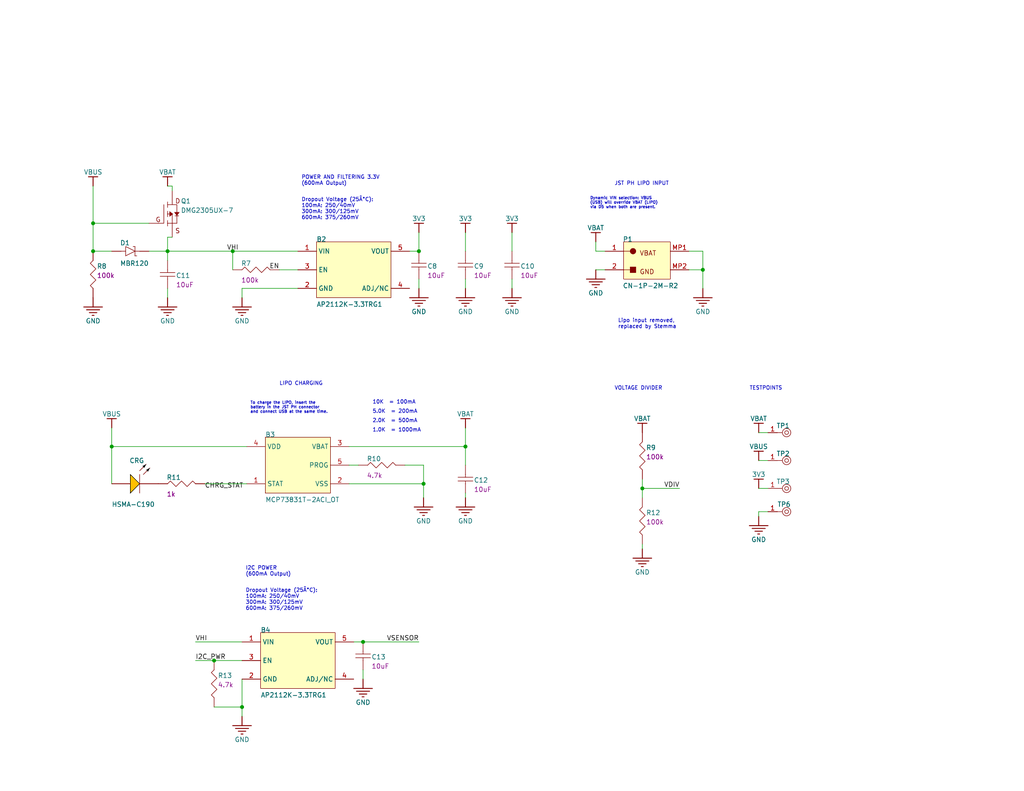
<source format=kicad_sch>
(kicad_sch (version 20250114) (generator "eeschema") (generator_version "9.0")
  (paper "A")
  (lib_symbols
    (symbol "McIntyre Industries:root_0_CMP-001-0001-4_McIntyre Industries" (pin_names (hide yes))
      (symbol "root_0_CMP-001-0001-4_McIntyre Industries_1_0"
        (polyline (pts (xy 3.81 0) (xy 2.54 0)))
        (circle (center 5.08 0) (radius 0.508))
        (circle (center 5.08 0) (radius 1.143))
        (pin passive line (at 0 0 0) (length 2.54) (name "TP") (number "1"))
      )
    )
    (symbol "Prototypical Design:root_0_AP2112K-3.3TRG1_Prototypical Design"
      (symbol "root_0_AP2112K-3.3TRG1_Prototypical Design_1_0"
        (rectangle (start 25.4 7.62) (end 5.08 -7.62) (stroke (width 0) (color 128 0 0 1)) (fill (type background)))
        (pin passive line (at 0 5.08 0) (length 5.08) (name "VIN") (number "1"))
        (pin input line (at 0 0 0) (length 5.08) (name "EN") (number "3"))
        (pin passive line (at 0 -5.08 0) (length 5.08) (name "GND") (number "2"))
        (pin passive line (at 30.48 5.08 180) (length 5.08) (name "VOUT") (number "5"))
        (pin bidirectional line (at 30.48 -5.08 180) (length 5.08) (name "ADJ/NC") (number "4"))
      )
    )
    (symbol "Prototypical Design:root_0_CN-1P-2M-R2_Prototypical Design" (pin_names (hide yes))
      (symbol "root_0_CN-1P-2M-R2_Prototypical Design_1_0"
        (polyline (pts (xy 0 -2.54) (xy 1.778 -2.54)))
        (polyline (pts (xy 0 -7.62) (xy 1.778 -7.62)))
        (circle (center 2.54 -2.54) (radius 0.762) (fill (type outline)))
        (rectangle (start 3.302 -6.858) (end 1.778 -8.382) (fill (type outline)))
        (rectangle (start 12.7 0) (end 0 -10.16) (stroke (width 0) (color 128 0 0 1)) (fill (type background)))
        (text "VBAT" (at 4.318 -3.81 0) (effects (font (size 1.27 1.27)) (justify left bottom)))
        (text "GND" (at 4.318 -8.89 0) (effects (font (size 1.27 1.27)) (justify left bottom)))
        (pin passive line (at -5.08 -2.54 0) (length 5.08) (name "1") (number "1"))
        (pin passive line (at -5.08 -7.62 0) (length 5.08) (name "2") (number "2"))
        (pin passive line (at 17.78 -2.54 180) (length 5.08) (name "MP1") (number "MP1"))
        (pin passive line (at 17.78 -7.62 180) (length 5.08) (name "MP2") (number "MP2"))
      )
    )
    (symbol "Prototypical Design:root_0_LED-AMBER-AK-2_Prototypical Design" (pin_numbers (hide yes)) (pin_names (hide yes))
      (symbol "root_0_LED-AMBER-AK-2_Prototypical Design_1_0"
        (polyline (pts (xy 0 -5.08) (xy 2.54 -2.54) (xy 0 0) (xy 0 -5.08)) (stroke (width 0) (color 0 0 0 1)) (fill (type color) (color 255 191 0 1)))
        (polyline (pts (xy 2.54 1.016) (xy 4.318 2.794)))
        (polyline (pts (xy 2.54 0) (xy 2.54 -5.08)))
        (polyline (pts (xy 3.556 0) (xy 5.334 1.778)))
        (polyline (pts (xy 4.318 2.794) (xy 3.302 2.286) (xy 3.81 1.778) (xy 4.318 2.794)) (stroke (width -0.0001) (color 0 0 0 1)) (fill (type outline)))
        (polyline (pts (xy 5.334 1.778) (xy 4.318 1.27) (xy 4.826 0.762) (xy 5.334 1.778)) (stroke (width -0.0001) (color 0 0 0 1)) (fill (type outline)))
        (pin passive line (at -5.08 -2.54 0) (length 5.08) (name "A") (number "1"))
        (pin passive line (at 7.62 -2.54 180) (length 5.08) (name "K") (number "2"))
      )
    )
    (symbol "Prototypical Design:root_0_MBR120_Prototypical Design" (pin_numbers (hide yes)) (pin_names (hide yes))
      (symbol "root_0_MBR120_Prototypical Design_1_0"
        (polyline (pts (xy 3.81 0) (xy 5.08 0)))
        (polyline (pts (xy 5.08 -1.27) (xy 7.62 0) (xy 5.08 1.27) (xy 5.08 -1.27)))
        (polyline (pts (xy 7.62 1.27) (xy 7.112 1.27)))
        (polyline (pts (xy 7.62 1.27) (xy 7.62 -1.27)))
        (polyline (pts (xy 7.62 0) (xy 8.89 0)))
        (polyline (pts (xy 7.62 -1.27) (xy 8.128 -1.27)))
        (pin passive line (at 1.27 0 0) (length 2.54) (name "A") (number "2"))
        (pin passive line (at 11.43 0 180) (length 2.54) (name "K") (number "1"))
      )
    )
    (symbol "Prototypical Design:root_0_MCP73831T-2ACI_OT_Prototypical Design"
      (symbol "root_0_MCP73831T-2ACI_OT_Prototypical Design_1_0"
        (rectangle (start 22.86 7.62) (end 5.08 -7.62) (stroke (width 0) (color 128 0 0 1)) (fill (type background)))
        (pin passive line (at 0 5.08 0) (length 5.08) (name "VDD") (number "4"))
        (pin output line (at 0 -5.08 0) (length 5.08) (name "STAT") (number "1"))
        (pin passive line (at 27.94 5.08 180) (length 5.08) (name "VBAT") (number "3"))
        (pin input line (at 27.94 0 180) (length 5.08) (name "PROG") (number "5"))
        (pin passive line (at 27.94 -5.08 180) (length 5.08) (name "VSS") (number "2"))
      )
    )
    (symbol "Prototypical Design:root_0_MOSFET-NPN-3_Prototypical Design" (pin_numbers (hide yes)) (pin_names (hide yes))
      (symbol "root_0_MOSFET-NPN-3_Prototypical Design_1_0"
        (polyline (pts (xy 9.144 0) (xy 9.144 -5.08) (xy 7.62 -5.08)))
        (polyline (pts (xy 10.16 0) (xy 10.16 0.762)))
        (polyline (pts (xy 10.16 -2.54) (xy 10.16 -1.778)))
        (polyline (pts (xy 10.16 -2.54) (xy 10.16 -3.302)))
        (polyline (pts (xy 10.16 -2.54) (xy 11.43 -2.54) (xy 11.43 -5.08)))
        (polyline (pts (xy 10.16 -5.08) (xy 10.16 -4.318)))
        (polyline (pts (xy 10.16 -5.08) (xy 10.16 -5.842)))
        (polyline (pts (xy 11.43 0) (xy 11.43 1.27)))
        (polyline (pts (xy 11.43 -5.08) (xy 11.43 -6.35)))
        (polyline (pts (xy 11.684 -2.54) (xy 10.668 -1.778) (xy 10.668 -3.302) (xy 11.684 -2.54)) (stroke (width -0.0001)) (fill (type outline)))
        (polyline (pts (xy 12.192 -3.048) (xy 13.208 -3.048)))
        (polyline (pts (xy 12.7 0) (xy 12.7 -5.08)))
        (polyline (pts (xy 12.7 0) (xy 10.16 0) (xy 10.16 -0.762)))
        (polyline (pts (xy 12.7 -3.048) (xy 13.462 -2.032) (xy 11.938 -2.032) (xy 12.7 -3.048)) (stroke (width -0.0001)) (fill (type outline)))
        (polyline (pts (xy 12.7 -5.08) (xy 10.16 -5.08)))
        (text "G" (at 6.858 -4.826 0) (effects (font (size 1.27 1.27)) (justify left bottom)))
        (text "D" (at 12.192 0.254 0) (effects (font (size 1.27 1.27)) (justify left bottom)))
        (text "S" (at 12.192 -7.874 0) (effects (font (size 1.27 1.27)) (justify left bottom)))
        (pin passive line (at 5.08 -5.08 0) (length 2.54) (name "G") (number "1"))
        (pin passive line (at 11.43 3.81 270) (length 2.54) (name "D") (number "3"))
        (pin passive line (at 11.43 -8.89 90) (length 2.54) (name "S") (number "2"))
      )
    )
    (symbol "Prototypical Design:root_0_RES-2_Prototypical Design_0" (pin_numbers (hide yes)) (pin_names (hide yes))
      (symbol "root_0_RES-2_Prototypical Design_0_1_0"
        (polyline (pts (xy 10.16 0) (xy 9.398 0.762) (xy 8.636 0) (xy 7.874 -0.762) (xy 6.35 0.762) (xy 4.826 -0.762) (xy 3.302 0.762) (xy 2.54 0)))
        (pin passive line (at 0 0 0) (length 2.54) (name "1") (number "1"))
        (pin passive line (at 12.7 0 180) (length 2.54) (name "2") (number "2"))
      )
    )
    (symbol "Prototypical Design:root_1_CAP-NP-2_Prototypical Design" (pin_numbers (hide yes)) (pin_names (hide yes))
      (symbol "root_1_CAP-NP-2_Prototypical Design_1_0"
        (polyline (pts (xy -2.032 4.318) (xy 2.032 4.318)))
        (polyline (pts (xy 0 5.08) (xy 0 4.318)))
        (polyline (pts (xy 0 2.54) (xy 0 3.302)))
        (polyline (pts (xy 2.032 3.302) (xy -2.032 3.302)))
        (pin passive line (at 0 7.62 270) (length 2.54) (name "2") (number "2"))
        (pin passive line (at 0 0 90) (length 2.54) (name "1") (number "1"))
      )
    )
    (symbol "Prototypical Design:root_1_RES-2_Prototypical Design_0" (pin_numbers (hide yes)) (pin_names (hide yes))
      (symbol "root_1_RES-2_Prototypical Design_0_1_0"
        (polyline (pts (xy 0 10.16) (xy -0.762 9.398) (xy 0 8.636) (xy 0.762 7.874) (xy -0.762 6.35) (xy 0.762 4.826) (xy -0.762 3.302) (xy 0 2.54)))
        (pin passive line (at 0 12.7 270) (length 2.54) (name "2") (number "2"))
        (pin passive line (at 0 0 90) (length 2.54) (name "1") (number "1"))
      )
    )
    (symbol "root_0_RES-2_Prototypical Design_0_1" (pin_numbers (hide yes)) (pin_names (hide yes))
      (symbol "root_0_RES-2_Prototypical Design_0_1_1_0"
        (polyline (pts (xy 10.16 0) (xy 9.398 0.762) (xy 8.636 0) (xy 7.874 -0.762) (xy 6.35 0.762) (xy 4.826 -0.762) (xy 3.302 0.762) (xy 2.54 0)))
        (pin passive line (at 0 0 0) (length 2.54) (name "1") (number "1"))
        (pin passive line (at 12.7 0 180) (length 2.54) (name "2") (number "2"))
      )
    )
    (symbol "root_0_RES-2_Prototypical Design_0_2" (pin_numbers (hide yes)) (pin_names (hide yes))
      (symbol "root_0_RES-2_Prototypical Design_0_2_1_0"
        (polyline (pts (xy 10.16 0) (xy 9.398 0.762) (xy 8.636 0) (xy 7.874 -0.762) (xy 6.35 0.762) (xy 4.826 -0.762) (xy 3.302 0.762) (xy 2.54 0)))
        (pin passive line (at 0 0 0) (length 2.54) (name "1") (number "1"))
        (pin passive line (at 12.7 0 180) (length 2.54) (name "2") (number "2"))
      )
    )
    (symbol "root_1_RES-2_Prototypical Design_0_1" (pin_numbers (hide yes)) (pin_names (hide yes))
      (symbol "root_1_RES-2_Prototypical Design_0_1_1_0"
        (polyline (pts (xy 0 10.16) (xy -0.762 9.398) (xy 0 8.636) (xy 0.762 7.874) (xy -0.762 6.35) (xy 0.762 4.826) (xy -0.762 3.302) (xy 0 2.54)))
        (pin passive line (at 0 12.7 270) (length 2.54) (name "2") (number "2"))
        (pin passive line (at 0 0 90) (length 2.54) (name "1") (number "1"))
      )
    )
    (symbol "tinyCore-altium-import:3V3_BAR" (power)
      (property "Value" "3V3" (at 0 -3.81 0))
      (symbol "3V3_BAR_0_0"
        (polyline (pts (xy -1.27 -2.54) (xy 1.27 -2.54)) (stroke (width 0.254)))
        (polyline (pts (xy 0 0) (xy 0 -2.54)) (stroke (width 0.254)))
        (pin power_in line (at 0 0 0) (length 0) (hide yes) (name "3V3") (number ""))
      )
    )
    (symbol "tinyCore-altium-import:GND_POWER_GROUND" (power)
      (property "Value" "GND" (at 0 -6.35 0))
      (symbol "GND_POWER_GROUND_0_0"
        (polyline (pts (xy -2.54 -2.54) (xy 2.54 -2.54)) (stroke (width 0.254)))
        (polyline (pts (xy -1.778 -3.302) (xy 1.778 -3.302)) (stroke (width 0.254)))
        (polyline (pts (xy -1.016 -4.064) (xy 1.016 -4.064)) (stroke (width 0.254)))
        (polyline (pts (xy -0.254 -4.826) (xy 0.254 -4.826)) (stroke (width 0.254)))
        (polyline (pts (xy 0 0) (xy 0 -2.54)) (stroke (width 0.254)))
        (pin power_in line (at 0 0 0) (length 0) (hide yes) (name "GND") (number ""))
      )
    )
    (symbol "tinyCore-altium-import:VBAT_BAR" (power)
      (property "Value" "VBAT" (at 0 -3.81 0))
      (symbol "VBAT_BAR_0_0"
        (polyline (pts (xy -1.27 -2.54) (xy 1.27 -2.54)) (stroke (width 0.254)))
        (polyline (pts (xy 0 0) (xy 0 -2.54)) (stroke (width 0.254)))
        (pin power_in line (at 0 0 0) (length 0) (hide yes) (name "VBAT") (number ""))
      )
    )
    (symbol "tinyCore-altium-import:VBUS_BAR" (power)
      (property "Value" "VBUS" (at 0 -3.81 0))
      (symbol "VBUS_BAR_0_0"
        (polyline (pts (xy -1.27 -2.54) (xy 1.27 -2.54)) (stroke (width 0.254)))
        (polyline (pts (xy 0 0) (xy 0 -2.54)) (stroke (width 0.254)))
        (pin power_in line (at 0 0 0) (length 0) (hide yes) (name "VBUS") (number ""))
      )
    )
  )
  (text "5.0K  = 200mA" (at 101.6 113.03 0) (effects (font (size 1.016 1.016)) (justify left bottom)))
  (text "JST PH LIPO INPUT" (at 167.64 50.8 0) (effects (font (size 1.016 1.016)) (justify left bottom)))
  (text "2.0K  = 500mA" (at 101.6 115.57 0) (effects (font (size 1.016 1.016)) (justify left bottom)))
  (text "10K  = 100mA" (at 101.6 110.49 0) (effects (font (size 1.016 1.016)) (justify left bottom)))
  (text "1.0K  = 1000mA" (at 101.6 118.11 0) (effects (font (size 1.016 1.016)) (justify left bottom)))
  (text "LIPO CHARGING" (at 76.2 105.41 0) (effects (font (size 1.016 1.016)) (justify left bottom)))
  (text "TESTPOINTS" (at 204.47 106.68 0) (effects (font (size 1.016 1.016)) (justify left bottom)))
  (text "VOLTAGE DIVIDER" (at 167.64 106.68 0) (effects (font (size 1.016 1.016)) (justify left bottom)))
  (text_box "I2C POWER\n(600mA Output)" (at 93.352 153.416 0) (size -27.312 4.064) (margins 0.9525 0.9525 0.9525 0.9525) (stroke (width -0.0001) (color 0 0 0 1)) (effects (font (size 1.016 1.016)) (justify left top)))
  (text_box "To charge the LIPO, insert the \nbattery in the JST PH connector \nand connect USB at the same time." (at 101.108 108.458 0) (size -33.798 4.572) (margins 0.9525 0.9525 0.9525 0.9525) (stroke (width -0.0001) (color 0 0 0 1)) (effects (font (size 0.762 0.762)) (justify left top)))
  (text_box "Dropout Voltage (25Â°C): \n100mA: 250/40mV \n300mA: 300/125mV \n600mA: 375/260mV" (at 100.18 159.512 0) (size -34.14 8.128) (margins 0.9525 0.9525 0.9525 0.9525) (stroke (width -0.0001) (color 0 0 0 1)) (effects (font (size 1.016 1.016)) (justify left top)))
  (text_box "Dropout Voltage (25Â°C): \n100mA: 250/40mV \n300mA: 300/125mV \n600mA: 375/260mV" (at 115.42 52.832 0) (size -34.14 8.128) (margins 0.9525 0.9525 0.9525 0.9525) (stroke (width -0.0001) (color 0 0 0 1)) (effects (font (size 1.016 1.016)) (justify left top)))
  (text_box "Lipo input removed, replaced by Stemma" (at 187.96 85.852 0) (size -20.32 8.128) (margins 0.9525 0.9525 0.9525 0.9525) (stroke (width -0.0001) (color 0 0 0 1)) (effects (font (size 1.016 1.016)) (justify left top)))
  (text_box "Dynamic VIN selection: VBUS \n(USB) will override VBAT (LIPO) \nvia D5 when both are present." (at 192.794 52.578 0) (size -32.774 4.572) (margins 0.9525 0.9525 0.9525 0.9525) (stroke (width -0.0001) (color 0 0 0 1)) (effects (font (size 0.762 0.762)) (justify left top)))
  (text_box "POWER AND FILTERING 3.3V\n(600mA Output)" (at 108.592 46.736 0) (size -27.312 4.064) (margins 0.9525 0.9525 0.9525 0.9525) (stroke (width -0.0001) (color 0 0 0 1)) (effects (font (size 1.016 1.016)) (justify left top)))
  (junction (at 191.77 73.66))
  (junction (at 114.3 68.58))
  (junction (at 99.06 175.26))
  (junction (at 127 121.92))
  (junction (at 30.48 121.92))
  (junction (at 175.26 133.35))
  (junction (at 45.72 68.58))
  (junction (at 66.04 193.04))
  (junction (at 25.4 68.58))
  (junction (at 115.57 132.08))
  (junction (at 25.4 60.96))
  (junction (at 63.5 68.58))
  (junction (at 58.42 180.34))
  (wire (pts (xy 127 135.89) (xy 127 134.62)))
  (wire (pts (xy 53.34 175.26) (xy 66.04 175.26)))
  (wire (pts (xy 30.48 132.08) (xy 30.48 121.92)))
  (wire (pts (xy 81.28 68.58) (xy 63.5 68.58)))
  (wire (pts (xy 114.3 175.26) (xy 99.06 175.26)))
  (wire (pts (xy 139.7 78.74) (xy 139.7 76.2)))
  (wire (pts (xy 25.4 60.96) (xy 25.4 68.58)))
  (wire (pts (xy 114.3 68.58) (xy 114.3 63.5)))
  (wire (pts (xy 114.3 68.58) (xy 111.76 68.58)))
  (wire (pts (xy 162.56 68.58) (xy 162.56 66.04)))
  (wire (pts (xy 53.34 180.34) (xy 58.42 180.34)))
  (wire (pts (xy 99.06 182.88) (xy 99.06 185.42)))
  (wire (pts (xy 63.5 68.58) (xy 63.5 73.66)))
  (wire (pts (xy 66.04 78.74) (xy 81.28 78.74)))
  (wire (pts (xy 25.4 60.96) (xy 25.4 50.8)))
  (wire (pts (xy 127 68.58) (xy 127 63.5)))
  (wire (pts (xy 40.64 60.96) (xy 25.4 60.96)))
  (wire (pts (xy 175.26 133.35) (xy 185.42 133.35)))
  (wire (pts (xy 165.1 68.58) (xy 162.56 68.58)))
  (wire (pts (xy 67.31 132.08) (xy 55.88 132.08)))
  (wire (pts (xy 207.01 133.35) (xy 209.55 133.35)))
  (wire (pts (xy 76.2 73.66) (xy 81.28 73.66)))
  (wire (pts (xy 139.7 68.58) (xy 139.7 63.5)))
  (wire (pts (xy 127 78.74) (xy 127 76.2)))
  (wire (pts (xy 66.04 193.04) (xy 66.04 185.42)))
  (wire (pts (xy 63.5 68.58) (xy 45.72 68.58)))
  (wire (pts (xy 30.48 121.92) (xy 67.31 121.92)))
  (wire (pts (xy 207.01 118.11) (xy 209.55 118.11)))
  (wire (pts (xy 25.4 68.58) (xy 30.48 68.58)))
  (wire (pts (xy 127 127) (xy 127 121.92)))
  (wire (pts (xy 127 121.92) (xy 95.25 121.92)))
  (wire (pts (xy 175.26 133.35) (xy 175.26 130.81)))
  (wire (pts (xy 46.99 50.8) (xy 45.72 50.8)))
  (wire (pts (xy 165.1 73.66) (xy 162.56 73.66)))
  (wire (pts (xy 58.42 193.04) (xy 66.04 193.04)))
  (wire (pts (xy 115.57 127) (xy 110.49 127)))
  (wire (pts (xy 95.25 132.08) (xy 115.57 132.08)))
  (wire (pts (xy 45.72 81.28) (xy 45.72 78.74)))
  (wire (pts (xy 45.72 68.58) (xy 40.64 68.58)))
  (wire (pts (xy 46.99 52.07) (xy 46.99 50.8)))
  (wire (pts (xy 45.72 64.77) (xy 45.72 68.58)))
  (wire (pts (xy 187.96 73.66) (xy 191.77 73.66)))
  (wire (pts (xy 99.06 175.26) (xy 96.52 175.26)))
  (wire (pts (xy 66.04 81.28) (xy 66.04 78.74)))
  (wire (pts (xy 209.55 139.7) (xy 207.01 139.7)))
  (wire (pts (xy 46.99 64.77) (xy 45.72 64.77)))
  (wire (pts (xy 30.48 116.84) (xy 30.48 121.92)))
  (wire (pts (xy 114.3 76.2) (xy 114.3 78.74)))
  (wire (pts (xy 191.77 68.58) (xy 191.77 73.66)))
  (wire (pts (xy 207.01 139.7) (xy 207.01 140.97)))
  (wire (pts (xy 58.42 180.34) (xy 66.04 180.34)))
  (wire (pts (xy 127 121.92) (xy 127 116.84)))
  (wire (pts (xy 115.57 132.08) (xy 115.57 127)))
  (wire (pts (xy 187.96 68.58) (xy 191.77 68.58)))
  (wire (pts (xy 66.04 195.58) (xy 66.04 193.04)))
  (wire (pts (xy 45.72 68.58) (xy 45.72 71.12)))
  (wire (pts (xy 115.57 132.08) (xy 115.57 135.89)))
  (wire (pts (xy 191.77 73.66) (xy 191.77 78.74)))
  (wire (pts (xy 175.26 135.89) (xy 175.26 133.35)))
  (wire (pts (xy 175.26 149.86) (xy 175.26 148.59)))
  (wire (pts (xy 97.79 127) (xy 95.25 127)))
  (wire (pts (xy 207.01 125.73) (xy 209.55 125.73)))
  (label "EN" (at 76.2 73.66 180))
  (label "I2C_PWR" (at 53.34 180.34 0))
  (label "VSENSOR" (at 114.3 175.26 180))
  (label "VHI" (at 63.5 68.58 0))
  (label "CHRG_STAT" (at 55.88 132.08 0))
  (label "VHI" (at 53.34 175.26 0))
  (label "VDIV" (at 185.42 133.35 180))
  (symbol (lib_id "Prototypical Design:root_0_RES-2_Prototypical Design_0") (at 63.5 73.66 0) (unit 1)
    (property "Reference" "R7" (at 65.786 72.644 0) (effects (justify left bottom)))
    (property "Value" "Resistor 100k +/-1% 0603 100 mW" (effects (hide yes)))
    (property "Footprint" "RESC1608X55X25ML10T15" (effects (hide yes)))
    (property "Description" "Chip Resistor, 100 KOhm, +/- 1%, 0.1 W, -55 to 155 degC, 0603 (1608 Metric)" (effects (hide yes)))
    (property "MAX OPERATING TEMPERATURE" "155°C" (effects (hide yes)))
    (property "ALTIUM_VALUE" "100k" (at 65.786 77.216 0) (effects (justify left bottom)))
    (property "ROHS COMPLIANT" "True" (effects (hide yes)))
    (property "VOLTAGE RATING" "50V" (effects (hide yes)))
    (property "TOLERANCE" "1%" (effects (hide yes)))
    (property "PINS" "2" (effects (hide yes)))
    (property "CASE/PACKAGE" "0603" (effects (hide yes)))
    (property "MOUNTING TECHNOLOGY" "SM" (effects (hide yes)))
    (property "MIN OPERATING TEMPERATURE" "-55°C" (effects (hide yes)))
    (property "POWER" "100mW" (effects (hide yes)))
  )
  (symbol (lib_id "tinyCore-altium-import:GND_POWER_GROUND") (at 114.3 78.74 0) (unit 1)
    (property "Reference" "#PWR?" (effects (hide yes)))
    (property "Value" "GND" (at 114.3 85.09 0))
  )
  (symbol (lib_id "tinyCore-altium-import:3V3_BAR") (at 139.7 63.5 180) (unit 1)
    (property "Reference" "#PWR?" (effects (hide yes)))
    (property "Value" "3V3" (at 139.7 59.69 0))
  )
  (symbol (lib_name "root_0_RES-2_Prototypical Design_0_1") (lib_id "Prototypical Design:root_0_RES-2_Prototypical Design_0") (at 97.79 127 0) (unit 1)
    (property "Reference" "R10" (at 100.076 125.984 0) (effects (justify left bottom)))
    (property "Value" "Resistor 4.7k +/-1% 0603 100 mW" (effects (hide yes)))
    (property "Footprint" "RESC1608X55X25ML10T15" (effects (hide yes)))
    (property "Description" "Chip Resistor, 4.7 KOhm, +/- 1%, 0.1 W, -55 to 155 degC, 0603 (1608 Metric)" (effects (hide yes)))
    (property "MAX OPERATING TEMPERATURE" "155°C" (effects (hide yes)))
    (property "ALTIUM_VALUE" "4.7k" (at 100.076 130.556 0) (effects (justify left bottom)))
    (property "ROHS COMPLIANT" "True" (effects (hide yes)))
    (property "VOLTAGE RATING" "50V" (effects (hide yes)))
    (property "TOLERANCE" "1%" (effects (hide yes)))
    (property "PINS" "2" (effects (hide yes)))
    (property "CASE/PACKAGE" "0603" (effects (hide yes)))
    (property "MOUNTING TECHNOLOGY" "SM" (effects (hide yes)))
    (property "MIN OPERATING TEMPERATURE" "-55°C" (effects (hide yes)))
    (property "POWER" "100mW" (effects (hide yes)))
  )
  (symbol (lib_name "root_0_RES-2_Prototypical Design_0_2") (lib_id "Prototypical Design:root_0_RES-2_Prototypical Design_0") (at 43.18 132.08 0) (unit 1)
    (property "Reference" "R11" (at 45.466 131.064 0) (effects (justify left bottom)))
    (property "Value" "Resistor 1k +/-1% 0603 100 mW" (effects (hide yes)))
    (property "Footprint" "RESC1608X55X25ML10T15" (effects (hide yes)))
    (property "Description" "Chip Resistor, 1 KOhm, +/- 1%, 0.1 W, -55 to 155 degC, 0603 (1608 Metric)" (effects (hide yes)))
    (property "MAX OPERATING TEMPERATURE" "155°C" (effects (hide yes)))
    (property "ALTIUM_VALUE" "1k" (at 45.466 135.636 0) (effects (justify left bottom)))
    (property "ROHS COMPLIANT" "True" (effects (hide yes)))
    (property "VOLTAGE RATING" "50V" (effects (hide yes)))
    (property "TOLERANCE" "1%" (effects (hide yes)))
    (property "PINS" "2" (effects (hide yes)))
    (property "CASE/PACKAGE" "0603" (effects (hide yes)))
    (property "MOUNTING TECHNOLOGY" "SM" (effects (hide yes)))
    (property "MIN OPERATING TEMPERATURE" "-55°C" (effects (hide yes)))
    (property "POWER" "100mW" (effects (hide yes)))
  )
  (symbol (lib_id "Prototypical Design:root_1_CAP-NP-2_Prototypical Design") (at 114.3 76.2 0) (unit 1)
    (property "Reference" "C8" (at 116.586 73.406 0) (effects (justify left bottom)))
    (property "Value" "Capacitor 10 uF +/- 0.25 uF 50 V 0603" (effects (hide yes)))
    (property "Footprint" "CAPC1608X87X35NL15T15" (effects (hide yes)))
    (property "Description" "Chip Capacitor, 10 uF, +/- 0.25 uF, 50 V, 0603 (1608 Metric)" (effects (hide yes)))
    (property "MAX OPERATING TEMPERATURE" "125°C" (effects (hide yes)))
    (property "ROHS COMPLIANT" "True" (effects (hide yes)))
    (property "ALTIUM_VALUE" "10uF" (at 116.586 75.946 0) (effects (justify left bottom)))
    (property "MOUNTING TECHNOLOGY" "SM" (effects (hide yes)))
    (property "TOLERANCE" "0.25%" (effects (hide yes)))
    (property "PINS" "2" (effects (hide yes)))
    (property "CASE/PACKAGE" "0603" (effects (hide yes)))
    (property "MIN OPERATING TEMPERATURE" "-55°C" (effects (hide yes)))
    (property "CAPACITOR TYPE" "Ceramic" (effects (hide yes)))
    (property "VOLTAGE RATING" "50V" (effects (hide yes)))
  )
  (symbol (lib_id "tinyCore-altium-import:VBAT_BAR") (at 207.01 118.11 180) (unit 1)
    (property "Reference" "#PWR?" (effects (hide yes)))
    (property "Value" "VBAT" (at 207.01 114.3 0))
  )
  (symbol (lib_id "Prototypical Design:root_0_MCP73831T-2ACI_OT_Prototypical Design") (at 67.31 127 0) (unit 1)
    (property "Reference" "B3" (at 72.39 119.38 0) (effects (justify left bottom)))
    (property "Value" "MCP73831T-2ACI_OT" (at 72.39 137.16 0) (effects (justify left bottom)))
    (property "Footprint" "SOT95P270X145-5N" (effects (hide yes)))
    (property "Description" "Li-Ion Charge Controller 4.2V SOT23-5" (effects (hide yes)))
    (property "DESIGN ITEM ID" "MCP73831T-2ACI_OT" (effects (hide yes)))
    (property "MOUSER PART NUMBER" "579-MCP73831T-2ACIOT" (effects (hide yes)))
    (property "GEOMETRY.HEIGHT" "1.45mm" (effects (hide yes)))
    (property "DATASHEET LINK" "http://ww1.microchip.com/downloads/en/DeviceDoc/20001984g.pdf" (effects (hide yes)))
    (property "MANUFACTURER_NAME" "Microchip" (effects (hide yes)))
    (property "SOURCE" "MCP73831T-2ACI_OT.SchLib" (effects (hide yes)))
    (property "MANUFACTURER_PART_NUMBER" "MCP73831T-2ACI/OT" (effects (hide yes)))
    (property "MOUSER PRICE/STOCK" "https://www.mouser.co.uk/ProductDetail/Microchip-Technology-Atmel/MCP73831T-2ACI-OT?qs=yUQqVecv4qvbBQBGbHx0Mw%3D%3D" (effects (hide yes)))
  )
  (symbol (lib_id "Prototypical Design:root_1_CAP-NP-2_Prototypical Design") (at 99.06 182.88 0) (unit 1)
    (property "Reference" "C13" (at 101.346 180.086 0) (effects (justify left bottom)))
    (property "Value" "Capacitor 10 uF +/- 0.25 uF 50 V 0603" (effects (hide yes)))
    (property "Footprint" "CAPC1608X87X35NL15T15" (effects (hide yes)))
    (property "Description" "Chip Capacitor, 10 uF, +/- 0.25 uF, 50 V, 0603 (1608 Metric)" (effects (hide yes)))
    (property "MAX OPERATING TEMPERATURE" "125°C" (effects (hide yes)))
    (property "ROHS COMPLIANT" "True" (effects (hide yes)))
    (property "ALTIUM_VALUE" "10uF" (at 101.346 182.626 0) (effects (justify left bottom)))
    (property "MOUNTING TECHNOLOGY" "SM" (effects (hide yes)))
    (property "TOLERANCE" "0.25%" (effects (hide yes)))
    (property "PINS" "2" (effects (hide yes)))
    (property "CASE/PACKAGE" "0603" (effects (hide yes)))
    (property "MIN OPERATING TEMPERATURE" "-55°C" (effects (hide yes)))
    (property "CAPACITOR TYPE" "Ceramic" (effects (hide yes)))
    (property "VOLTAGE RATING" "50V" (effects (hide yes)))
  )
  (symbol (lib_id "tinyCore-altium-import:GND_POWER_GROUND") (at 207.01 140.97 0) (unit 1)
    (property "Reference" "#PWR?" (effects (hide yes)))
    (property "Value" "GND" (at 207.01 147.32 0))
  )
  (symbol (lib_id "tinyCore-altium-import:VBUS_BAR") (at 30.48 116.84 180) (unit 1)
    (property "Reference" "#PWR?" (effects (hide yes)))
    (property "Value" "VBUS" (at 30.48 113.03 0))
  )
  (symbol (lib_id "tinyCore-altium-import:3V3_BAR") (at 127 63.5 180) (unit 1)
    (property "Reference" "#PWR?" (effects (hide yes)))
    (property "Value" "3V3" (at 127 59.69 0))
  )
  (symbol (lib_id "Prototypical Design:root_1_CAP-NP-2_Prototypical Design") (at 127 134.62 0) (unit 1)
    (property "Reference" "C12" (at 129.286 131.826 0) (effects (justify left bottom)))
    (property "Value" "Capacitor 10 uF +/- 0.25 uF 50 V 0603" (effects (hide yes)))
    (property "Footprint" "CAPC1608X87X35NL15T15" (effects (hide yes)))
    (property "Description" "Chip Capacitor, 10 uF, +/- 0.25 uF, 50 V, 0603 (1608 Metric)" (effects (hide yes)))
    (property "MAX OPERATING TEMPERATURE" "125°C" (effects (hide yes)))
    (property "ROHS COMPLIANT" "True" (effects (hide yes)))
    (property "ALTIUM_VALUE" "10uF" (at 129.286 134.366 0) (effects (justify left bottom)))
    (property "MOUNTING TECHNOLOGY" "SM" (effects (hide yes)))
    (property "TOLERANCE" "0.25%" (effects (hide yes)))
    (property "PINS" "2" (effects (hide yes)))
    (property "CASE/PACKAGE" "0603" (effects (hide yes)))
    (property "MIN OPERATING TEMPERATURE" "-55°C" (effects (hide yes)))
    (property "CAPACITOR TYPE" "Ceramic" (effects (hide yes)))
    (property "VOLTAGE RATING" "50V" (effects (hide yes)))
  )
  (symbol (lib_id "tinyCore-altium-import:VBAT_BAR") (at 162.56 66.04 180) (unit 1)
    (property "Reference" "#PWR?" (effects (hide yes)))
    (property "Value" "VBAT" (at 162.56 62.23 0))
  )
  (symbol (lib_id "McIntyre Industries:root_0_CMP-001-0001-4_McIntyre Industries") (at 209.55 133.35 0) (unit 1)
    (property "Reference" "TP3" (at 211.836 132.207 0) (effects (justify left bottom)))
    (property "Value" "TPAD6R" (effects (hide yes)))
    (property "Footprint" "TP06R" (effects (hide yes)))
    (property "Description" "0.6mm round" (effects (hide yes)))
    (property "PINS" "1" (effects (hide yes)))
  )
  (symbol (lib_id "tinyCore-altium-import:GND_POWER_GROUND") (at 127 135.89 0) (unit 1)
    (property "Reference" "#PWR?" (effects (hide yes)))
    (property "Value" "GND" (at 127 142.24 0))
  )
  (symbol (lib_id "tinyCore-altium-import:GND_POWER_GROUND") (at 66.04 195.58 0) (unit 1)
    (property "Reference" "#PWR?" (effects (hide yes)))
    (property "Value" "GND" (at 66.04 201.93 0))
  )
  (symbol (lib_id "tinyCore-altium-import:VBAT_BAR") (at 127 116.84 180) (unit 1)
    (property "Reference" "#PWR?" (effects (hide yes)))
    (property "Value" "VBAT" (at 127 113.03 0))
  )
  (symbol (lib_id "McIntyre Industries:root_0_CMP-001-0001-4_McIntyre Industries") (at 209.55 118.11 0) (unit 1)
    (property "Reference" "TP1" (at 211.836 116.967 0) (effects (justify left bottom)))
    (property "Value" "TPAD6R" (effects (hide yes)))
    (property "Footprint" "TP06R" (effects (hide yes)))
    (property "Description" "0.6mm round" (effects (hide yes)))
    (property "PINS" "1" (effects (hide yes)))
  )
  (symbol (lib_id "Prototypical Design:root_0_MOSFET-NPN-3_Prototypical Design") (at 35.56 55.88 0) (unit 1)
    (property "Reference" "Q1" (at 49.321 55.626 0) (effects (justify left bottom)))
    (property "Value" "DMG2305UX-7" (at 49.321 58.166 0) (effects (justify left bottom)))
    (property "Footprint" "FP-SOT23-MFG" (effects (hide yes)))
    (property "Description" "Power Field-Effect Transistor, 4.2A I(D), 20V, 0.052ohm, 1-Element, P-Channel, Silicon, Metal-oxide Semiconductor FET" (effects (hide yes)))
    (property "MAX OPERATING TEMPERATURE" "150°C" (effects (hide yes)))
    (property "ROHS COMPLIANT" "Yes" (effects (hide yes)))
    (property "PINS" "3" (effects (hide yes)))
  )
  (symbol (lib_id "tinyCore-altium-import:GND_POWER_GROUND") (at 175.26 149.86 0) (unit 1)
    (property "Reference" "#PWR?" (effects (hide yes)))
    (property "Value" "GND" (at 175.26 156.21 0))
  )
  (symbol (lib_id "tinyCore-altium-import:GND_POWER_GROUND") (at 66.04 81.28 0) (unit 1)
    (property "Reference" "#PWR?" (effects (hide yes)))
    (property "Value" "GND" (at 66.04 87.63 0))
  )
  (symbol (lib_id "McIntyre Industries:root_0_CMP-001-0001-4_McIntyre Industries") (at 209.55 125.73 0) (unit 1)
    (property "Reference" "TP2" (at 211.836 124.587 0) (effects (justify left bottom)))
    (property "Value" "TPAD6R" (effects (hide yes)))
    (property "Footprint" "TP06R" (effects (hide yes)))
    (property "Description" "0.6mm round" (effects (hide yes)))
    (property "PINS" "1" (effects (hide yes)))
  )
  (symbol (lib_id "Prototypical Design:root_0_AP2112K-3.3TRG1_Prototypical Design") (at 81.28 73.66 0) (unit 1)
    (property "Reference" "B2" (at 86.36 66.04 0) (effects (justify left bottom)))
    (property "Value" "AP2112K-3.3TRG1" (at 86.36 83.82 0) (effects (justify left bottom)))
    (property "Footprint" "SOT95P270X145-5N" (effects (hide yes)))
    (property "Description" "600mA 3.3V LDO Regulator Enable SOT23-5 DiodesZetex AP2112K-3.3TRG1, LDO Voltage Regulator, 3.3 V +/-1.5%, 2.5  6 Vin, 5-Pin SOT-23" (effects (hide yes)))
    (property "MOUSER PART NUMBER" "621-AP2112K-3.3TRG1" (effects (hide yes)))
    (property "SOURCE" "AP2112K-3.3TRG1.SchLib" (effects (hide yes)))
    (property "DATASHEET LINK" "*" (effects (hide yes)))
    (property "MANUFACTURER_PART_NUMBER" "AP2112K-3.3TRG1" (effects (hide yes)))
    (property "MANUFACTURER_NAME" "Diodes Inc." (effects (hide yes)))
    (property "MOUSER PRICE/STOCK" "https://www.mouser.co.uk/ProductDetail/Diodes-Incorporated/AP2112K-3.3TRG1?qs=x6A8l6qLYDDPYHosCdzh%2FA%3D%3D" (effects (hide yes)))
    (property "GEOMETRY.HEIGHT" "1.3mm" (effects (hide yes)))
    (property "DESIGN ITEM ID" "AP2112K-3.3TRG1" (effects (hide yes)))
  )
  (symbol (lib_id "Prototypical Design:root_0_LED-AMBER-AK-2_Prototypical Design") (at 35.56 129.54 0) (unit 1)
    (property "Reference" "CRG" (at 35.306 126.492 0) (effects (justify left bottom)))
    (property "Value" "HSMA-C190" (at 30.48 138.43 0) (effects (justify left bottom)))
    (property "Footprint" "AVAG-HSMX-C190_V" (effects (hide yes)))
    (property "Description" "LED Uni-Color Amber, 60 mW, 20 mA, -40 to 85 degC, 2-Pin SMD, RoHS, Tape and Reel" (effects (hide yes)))
    (property "DATASHEET VERSION" "Sep-10" (effects (hide yes)))
    (property "MOUNTING TECHNOLOGY" "SM" (effects (hide yes)))
    (property "CASE/PACKAGE" "0603" (effects (hide yes)))
    (property "ROHS COMPLIANT" "True" (effects (hide yes)))
    (property "PINS" "2" (effects (hide yes)))
    (property "FORWARD CURRENT" "20mA" (effects (hide yes)))
    (property "PACKAGING" "TapeandReel" (effects (hide yes)))
    (property "COLOUR" "Orange" (effects (hide yes)))
    (property "PACKAGE REFERENCE" "HSMX-C190" (effects (hide yes)))
    (property "MANUFACTURER URL" "http://www.avagotech.com/" (effects (hide yes)))
    (property "PACKAGE QUANTITY" "4000" (effects (hide yes)))
    (property "MIN OPERATING TEMPERATURE" "-40°C" (effects (hide yes)))
    (property "LUMINOUS INTENSITY" "90mcd" (effects (hide yes)))
    (property "DATASHEET URL" "http://docs.avagotech.com/docs/AV02-0112EN" (effects (hide yes)))
    (property "LENS STYLE" "Diffused" (effects (hide yes)))
    (property "POWER" "60mW" (effects (hide yes)))
    (property "NOMINAL VF" "1.9V" (effects (hide yes)))
    (property "MANUFACTURER" "Avago" (effects (hide yes)))
    (property "MAX OPERATING TEMPERATURE" "85°C" (effects (hide yes)))
    (property "FORWARD VOLTAGE" "1.9V" (effects (hide yes)))
    (property "VIEWING ANGLE" "170degrees" (effects (hide yes)))
    (property "PACKAGE DESCRIPTION" "2-Pin Surface Mount Device, Body 1.6 x 0.8 mm, Height 0.9 mm" (effects (hide yes)))
    (property "ILLUMINATION COLOUR" "Orange" (effects (hide yes)))
  )
  (symbol (lib_id "tinyCore-altium-import:GND_POWER_GROUND") (at 139.7 78.74 0) (unit 1)
    (property "Reference" "#PWR?" (effects (hide yes)))
    (property "Value" "GND" (at 139.7 85.09 0))
  )
  (symbol (lib_id "Prototypical Design:root_0_CN-1P-2M-R2_Prototypical Design") (at 170.18 66.04 0) (unit 1)
    (property "Reference" "P1" (at 169.926 66.04 0) (effects (justify left bottom)))
    (property "Value" "CN-1P-2M-R2" (at 169.926 78.74 0) (effects (justify left bottom)))
    (property "Footprint" "JST- S2B-PH-SM4-TB(LF)(SN)-2_V" (effects (hide yes)))
    (property "DESIGN ITEM ID" "CN-1P-2M-R2" (effects (hide yes)))
    (property "SOURCE" "CN-1P-2M-R2.SchLib" (effects (hide yes)))
  )
  (symbol (lib_id "Prototypical Design:root_1_RES-2_Prototypical Design_0") (at 175.26 130.81 0) (unit 1)
    (property "Reference" "R9" (at 176.276 122.936 0) (effects (justify left bottom)))
    (property "Value" "Resistor 100k +/-1% 0603 100 mW" (effects (hide yes)))
    (property "Footprint" "RESC1608X55X25ML10T15" (effects (hide yes)))
    (property "Description" "Chip Resistor, 100 KOhm, +/- 1%, 0.1 W, -55 to 155 degC, 0603 (1608 Metric)" (effects (hide yes)))
    (property "MAX OPERATING TEMPERATURE" "155°C" (effects (hide yes)))
    (property "ALTIUM_VALUE" "100k" (at 176.276 125.476 0) (effects (justify left bottom)))
    (property "ROHS COMPLIANT" "True" (effects (hide yes)))
    (property "VOLTAGE RATING" "50V" (effects (hide yes)))
    (property "TOLERANCE" "1%" (effects (hide yes)))
    (property "PINS" "2" (effects (hide yes)))
    (property "CASE/PACKAGE" "0603" (effects (hide yes)))
    (property "MOUNTING TECHNOLOGY" "SM" (effects (hide yes)))
    (property "MIN OPERATING TEMPERATURE" "-55°C" (effects (hide yes)))
    (property "POWER" "100mW" (effects (hide yes)))
  )
  (symbol (lib_id "Prototypical Design:root_0_MBR120_Prototypical Design") (at 29.21 68.58 0) (unit 1)
    (property "Reference" "D1" (at 32.766 67.056 0) (effects (justify left bottom)))
    (property "Value" "MBR120" (at 32.766 72.644 0) (effects (justify left bottom)))
    (property "Footprint" "ONSC-SOD-123FL-2-498-01_V" (effects (hide yes)))
    (property "Description" "Diode" (effects (hide yes)))
    (property "SOURCE" "MBR120.SchLib" (effects (hide yes)))
    (property "DESIGN ITEM ID" "MBR120" (effects (hide yes)))
  )
  (symbol (lib_id "McIntyre Industries:root_0_CMP-001-0001-4_McIntyre Industries") (at 209.55 139.7 0) (unit 1)
    (property "Reference" "TP6" (at 212.09 138.43 0) (effects (justify left bottom)))
    (property "Value" "TPAD6R" (effects (hide yes)))
    (property "Footprint" "TP06R" (effects (hide yes)))
    (property "Description" "0.6mm round" (effects (hide yes)))
    (property "PINS" "1" (effects (hide yes)))
  )
  (symbol (lib_id "tinyCore-altium-import:GND_POWER_GROUND") (at 191.77 78.74 0) (unit 1)
    (property "Reference" "#PWR?" (effects (hide yes)))
    (property "Value" "GND" (at 191.77 85.09 0))
  )
  (symbol (lib_id "Prototypical Design:root_1_CAP-NP-2_Prototypical Design") (at 45.72 78.74 0) (unit 1)
    (property "Reference" "C11" (at 48.006 75.946 0) (effects (justify left bottom)))
    (property "Value" "Capacitor 10 uF +/- 0.25 uF 50 V 0603" (effects (hide yes)))
    (property "Footprint" "CAPC1608X87X35NL15T15" (effects (hide yes)))
    (property "Description" "Chip Capacitor, 10 uF, +/- 0.25 uF, 50 V, 0603 (1608 Metric)" (effects (hide yes)))
    (property "MAX OPERATING TEMPERATURE" "125°C" (effects (hide yes)))
    (property "ROHS COMPLIANT" "True" (effects (hide yes)))
    (property "ALTIUM_VALUE" "10uF" (at 48.006 78.486 0) (effects (justify left bottom)))
    (property "MOUNTING TECHNOLOGY" "SM" (effects (hide yes)))
    (property "TOLERANCE" "0.25%" (effects (hide yes)))
    (property "PINS" "2" (effects (hide yes)))
    (property "CASE/PACKAGE" "0603" (effects (hide yes)))
    (property "MIN OPERATING TEMPERATURE" "-55°C" (effects (hide yes)))
    (property "CAPACITOR TYPE" "Ceramic" (effects (hide yes)))
    (property "VOLTAGE RATING" "50V" (effects (hide yes)))
  )
  (symbol (lib_id "tinyCore-altium-import:GND_POWER_GROUND") (at 127 78.74 0) (unit 1)
    (property "Reference" "#PWR?" (effects (hide yes)))
    (property "Value" "GND" (at 127 85.09 0))
  )
  (symbol (lib_id "tinyCore-altium-import:3V3_BAR") (at 114.3 63.5 180) (unit 1)
    (property "Reference" "#PWR?" (effects (hide yes)))
    (property "Value" "3V3" (at 114.3 59.69 0))
  )
  (symbol (lib_name "root_1_RES-2_Prototypical Design_0_1") (lib_id "Prototypical Design:root_1_RES-2_Prototypical Design_0") (at 58.42 193.04 0) (unit 1)
    (property "Reference" "R13" (at 59.436 185.166 0) (effects (justify left bottom)))
    (property "Value" "Resistor 4.7k +/-1% 0603 100 mW" (effects (hide yes)))
    (property "Footprint" "RESC1608X55X25ML10T15" (effects (hide yes)))
    (property "Description" "Chip Resistor, 4.7 KOhm, +/- 1%, 0.1 W, -55 to 155 degC, 0603 (1608 Metric)" (effects (hide yes)))
    (property "MAX OPERATING TEMPERATURE" "155°C" (effects (hide yes)))
    (property "ALTIUM_VALUE" "4.7k" (at 59.436 187.706 0) (effects (justify left bottom)))
    (property "ROHS COMPLIANT" "True" (effects (hide yes)))
    (property "VOLTAGE RATING" "50V" (effects (hide yes)))
    (property "TOLERANCE" "1%" (effects (hide yes)))
    (property "PINS" "2" (effects (hide yes)))
    (property "CASE/PACKAGE" "0603" (effects (hide yes)))
    (property "MOUNTING TECHNOLOGY" "SM" (effects (hide yes)))
    (property "MIN OPERATING TEMPERATURE" "-55°C" (effects (hide yes)))
    (property "POWER" "100mW" (effects (hide yes)))
  )
  (symbol (lib_id "Prototypical Design:root_1_RES-2_Prototypical Design_0") (at 25.4 81.28 0) (unit 1)
    (property "Reference" "R8" (at 26.416 73.406 0) (effects (justify left bottom)))
    (property "Value" "Resistor 100k +/-1% 0603 100 mW" (effects (hide yes)))
    (property "Footprint" "RESC1608X55X25ML10T15" (effects (hide yes)))
    (property "Description" "Chip Resistor, 100 KOhm, +/- 1%, 0.1 W, -55 to 155 degC, 0603 (1608 Metric)" (effects (hide yes)))
    (property "MAX OPERATING TEMPERATURE" "155°C" (effects (hide yes)))
    (property "ALTIUM_VALUE" "100k" (at 26.416 75.946 0) (effects (justify left bottom)))
    (property "ROHS COMPLIANT" "True" (effects (hide yes)))
    (property "VOLTAGE RATING" "50V" (effects (hide yes)))
    (property "TOLERANCE" "1%" (effects (hide yes)))
    (property "PINS" "2" (effects (hide yes)))
    (property "CASE/PACKAGE" "0603" (effects (hide yes)))
    (property "MOUNTING TECHNOLOGY" "SM" (effects (hide yes)))
    (property "MIN OPERATING TEMPERATURE" "-55°C" (effects (hide yes)))
    (property "POWER" "100mW" (effects (hide yes)))
  )
  (symbol (lib_id "Prototypical Design:root_1_CAP-NP-2_Prototypical Design") (at 127 76.2 0) (unit 1)
    (property "Reference" "C9" (at 129.286 73.406 0) (effects (justify left bottom)))
    (property "Value" "Capacitor 10 uF +/- 0.25 uF 50 V 0603" (effects (hide yes)))
    (property "Footprint" "CAPC1608X87X35NL15T15" (effects (hide yes)))
    (property "Description" "Chip Capacitor, 10 uF, +/- 0.25 uF, 50 V, 0603 (1608 Metric)" (effects (hide yes)))
    (property "MAX OPERATING TEMPERATURE" "125°C" (effects (hide yes)))
    (property "ROHS COMPLIANT" "True" (effects (hide yes)))
    (property "ALTIUM_VALUE" "10uF" (at 129.286 75.946 0) (effects (justify left bottom)))
    (property "MOUNTING TECHNOLOGY" "SM" (effects (hide yes)))
    (property "TOLERANCE" "0.25%" (effects (hide yes)))
    (property "PINS" "2" (effects (hide yes)))
    (property "CASE/PACKAGE" "0603" (effects (hide yes)))
    (property "MIN OPERATING TEMPERATURE" "-55°C" (effects (hide yes)))
    (property "CAPACITOR TYPE" "Ceramic" (effects (hide yes)))
    (property "VOLTAGE RATING" "50V" (effects (hide yes)))
  )
  (symbol (lib_id "tinyCore-altium-import:VBAT_BAR") (at 45.72 50.8 180) (unit 1)
    (property "Reference" "#PWR?" (effects (hide yes)))
    (property "Value" "VBAT" (at 45.72 46.99 0))
  )
  (symbol (lib_id "tinyCore-altium-import:GND_POWER_GROUND") (at 115.57 135.89 0) (unit 1)
    (property "Reference" "#PWR?" (effects (hide yes)))
    (property "Value" "GND" (at 115.57 142.24 0))
  )
  (symbol (lib_id "tinyCore-altium-import:GND_POWER_GROUND") (at 99.06 185.42 0) (unit 1)
    (property "Reference" "#PWR?" (effects (hide yes)))
    (property "Value" "GND" (at 99.06 191.77 0))
  )
  (symbol (lib_id "tinyCore-altium-import:GND_POWER_GROUND") (at 45.72 81.28 0) (unit 1)
    (property "Reference" "#PWR?" (effects (hide yes)))
    (property "Value" "GND" (at 45.72 87.63 0))
  )
  (symbol (lib_id "Prototypical Design:root_0_AP2112K-3.3TRG1_Prototypical Design") (at 66.04 180.34 0) (unit 1)
    (property "Reference" "B4" (at 71.12 172.72 0) (effects (justify left bottom)))
    (property "Value" "AP2112K-3.3TRG1" (at 71.12 190.5 0) (effects (justify left bottom)))
    (property "Footprint" "SOT95P270X145-5N" (effects (hide yes)))
    (property "Description" "600mA 3.3V LDO Regulator Enable SOT23-5 DiodesZetex AP2112K-3.3TRG1, LDO Voltage Regulator, 3.3 V +/-1.5%, 2.5  6 Vin, 5-Pin SOT-23" (effects (hide yes)))
    (property "MOUSER PART NUMBER" "621-AP2112K-3.3TRG1" (effects (hide yes)))
    (property "SOURCE" "AP2112K-3.3TRG1.SchLib" (effects (hide yes)))
    (property "DATASHEET LINK" "*" (effects (hide yes)))
    (property "MANUFACTURER_PART_NUMBER" "AP2112K-3.3TRG1" (effects (hide yes)))
    (property "MANUFACTURER_NAME" "Diodes Inc." (effects (hide yes)))
    (property "MOUSER PRICE/STOCK" "https://www.mouser.co.uk/ProductDetail/Diodes-Incorporated/AP2112K-3.3TRG1?qs=x6A8l6qLYDDPYHosCdzh%2FA%3D%3D" (effects (hide yes)))
    (property "GEOMETRY.HEIGHT" "1.3mm" (effects (hide yes)))
    (property "DESIGN ITEM ID" "AP2112K-3.3TRG1" (effects (hide yes)))
  )
  (symbol (lib_id "tinyCore-altium-import:VBUS_BAR") (at 25.4 50.8 180) (unit 1)
    (property "Reference" "#PWR?" (effects (hide yes)))
    (property "Value" "VBUS" (at 25.4 46.99 0))
  )
  (symbol (lib_id "tinyCore-altium-import:GND_POWER_GROUND") (at 162.56 73.66 0) (unit 1)
    (property "Reference" "#PWR?" (effects (hide yes)))
    (property "Value" "GND" (at 162.56 80.01 0))
  )
  (symbol (lib_id "Prototypical Design:root_1_CAP-NP-2_Prototypical Design") (at 139.7 76.2 0) (unit 1)
    (property "Reference" "C10" (at 141.986 73.406 0) (effects (justify left bottom)))
    (property "Value" "Capacitor 10 uF +/- 0.25 uF 50 V 0603" (effects (hide yes)))
    (property "Footprint" "CAPC1608X87X35NL15T15" (effects (hide yes)))
    (property "Description" "Chip Capacitor, 10 uF, +/- 0.25 uF, 50 V, 0603 (1608 Metric)" (effects (hide yes)))
    (property "MAX OPERATING TEMPERATURE" "125°C" (effects (hide yes)))
    (property "ROHS COMPLIANT" "True" (effects (hide yes)))
    (property "ALTIUM_VALUE" "10uF" (at 141.986 75.946 0) (effects (justify left bottom)))
    (property "MOUNTING TECHNOLOGY" "SM" (effects (hide yes)))
    (property "TOLERANCE" "0.25%" (effects (hide yes)))
    (property "PINS" "2" (effects (hide yes)))
    (property "CASE/PACKAGE" "0603" (effects (hide yes)))
    (property "MIN OPERATING TEMPERATURE" "-55°C" (effects (hide yes)))
    (property "CAPACITOR TYPE" "Ceramic" (effects (hide yes)))
    (property "VOLTAGE RATING" "50V" (effects (hide yes)))
  )
  (symbol (lib_id "tinyCore-altium-import:VBAT_BAR") (at 175.26 118.11 180) (unit 1)
    (property "Reference" "#PWR?" (effects (hide yes)))
    (property "Value" "VBAT" (at 175.26 114.3 0))
  )
  (symbol (lib_id "tinyCore-altium-import:GND_POWER_GROUND") (at 25.4 81.28 0) (unit 1)
    (property "Reference" "#PWR?" (effects (hide yes)))
    (property "Value" "GND" (at 25.4 87.63 0))
  )
  (symbol (lib_id "tinyCore-altium-import:VBUS_BAR") (at 207.01 125.73 180) (unit 1)
    (property "Reference" "#PWR?" (effects (hide yes)))
    (property "Value" "VBUS" (at 207.01 121.92 0))
  )
  (symbol (lib_id "tinyCore-altium-import:3V3_BAR") (at 207.01 133.35 180) (unit 1)
    (property "Reference" "#PWR?" (effects (hide yes)))
    (property "Value" "3V3" (at 207.01 129.54 0))
  )
  (symbol (lib_id "Prototypical Design:root_1_RES-2_Prototypical Design_0") (at 175.26 148.59 0) (unit 1)
    (property "Reference" "R12" (at 176.276 140.716 0) (effects (justify left bottom)))
    (property "Value" "Resistor 100k +/-1% 0603 100 mW" (effects (hide yes)))
    (property "Footprint" "RESC1608X55X25ML10T15" (effects (hide yes)))
    (property "Description" "Chip Resistor, 100 KOhm, +/- 1%, 0.1 W, -55 to 155 degC, 0603 (1608 Metric)" (effects (hide yes)))
    (property "MAX OPERATING TEMPERATURE" "155°C" (effects (hide yes)))
    (property "ALTIUM_VALUE" "100k" (at 176.276 143.256 0) (effects (justify left bottom)))
    (property "ROHS COMPLIANT" "True" (effects (hide yes)))
    (property "VOLTAGE RATING" "50V" (effects (hide yes)))
    (property "TOLERANCE" "1%" (effects (hide yes)))
    (property "PINS" "2" (effects (hide yes)))
    (property "CASE/PACKAGE" "0603" (effects (hide yes)))
    (property "MOUNTING TECHNOLOGY" "SM" (effects (hide yes)))
    (property "MIN OPERATING TEMPERATURE" "-55°C" (effects (hide yes)))
    (property "POWER" "100mW" (effects (hide yes)))
  )
)
</source>
